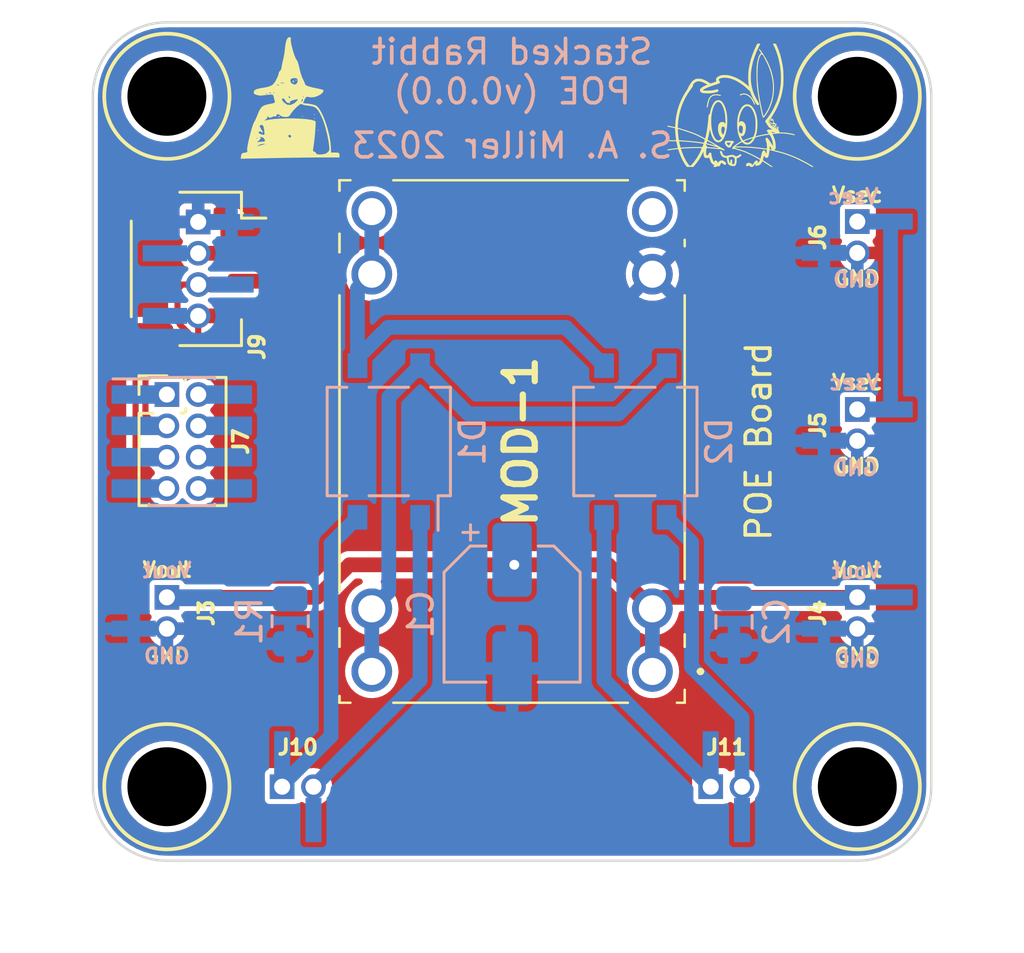
<source format=kicad_pcb>
(kicad_pcb (version 20211014) (generator pcbnew)
  (title_block (title "POE") (rev "0.0.0") (company "The Nerd Mage"))
  (layers (0 "F.Cu" signal) (31 "B.Cu" signal) (34 "B.Paste" user) (35 "F.Paste" user) (36 "B.SilkS" user "B.Silkscreen") (37 "F.SilkS" user "F.Silkscreen") (38 "B.Mask" user) (39 "F.Mask" user) (44 "Edge.Cuts" user))
  (net 0 "")
  (net 1 "Vsec")
  (net 2 "SDA")
  (net 3 "SCL")
  (net 4 "WIZ_RST")
  (net 6 "Vcc?")
  (net 7 "Vout")
  (net 8 "GND")
  (net 10 "VB2")
  (net 11 "VB1")
  (net 12 "Vin+")
  (net 13 "Vin-")
  (net 14 "VA2")
  (net 15 "VA1")
  (net 16 "~{SCS}")
  (net 17 "SCLK")
  (net 18 "MOSI")
  (net 19 "MISO")
  (footprint "Tinker:Mount" (layer "F.Cu") (at 114 114)
    (fp_text reference "REF**" hide)
    (fp_text value "Mount" hide)
    (pad "" np_thru_hole circle (at 0 0) (size 3.2 3.2) (drill 3.2) (layers *.Mask))
  )
  (footprint "Tinker:QWIIC_Stack_II" (layer "F.Cu") (at 87.27 93 -90)
    (fp_text reference "J9" (at 3.158643 -2.390416 90) (layer "F.SilkS") (effects (font (size 0.6 0.6))))
    (fp_text value "QWIIC_Stackable")
    (pad "1" smd rect (at -1.905 -1.35) (size 1.8 0.65) (layers "B.Cu" "B.Paste" "B.Mask") (net 8 "GND"))
    (pad "1" smd roundrect (at -1.5 -1.97 270) (size 0.6 1.55) (layers "F.Cu" "F.Paste" "F.Mask") (net 8 "GND"))
    (pad "1" thru_hole rect (at -1.905 0) (size 1 1) (drill 0.65) (layers *.Cu *.Mask) (net 8 "GND"))
    (pad "1" smd roundrect (at -1.905 -0.877656 270) (size 0.6 1.55) (layers "F.Cu" "F.Paste" "F.Mask") (net 8 "GND"))
    (pad "2" smd roundrect (at -0.5 -1.97 270) (size 0.6 1.55) (layers "F.Cu" "F.Paste" "F.Mask") (net 6 "Vcc?"))
    (pad "2" smd rect (at -0.635 1.35) (size 1.8 0.65) (layers "B.Cu" "B.Paste" "B.Mask") (net 6 "Vcc?"))
    (pad "2" thru_hole oval (at -0.635 0) (size 1 1) (drill 0.65) (layers *.Cu *.Mask) (net 6 "Vcc?"))
    (pad "2" smd roundrect (at -0.635 -0.877656 270) (size 0.6 1.55) (layers "F.Cu" "F.Paste" "F.Mask") (net 6 "Vcc?"))
    (pad "3" smd rect (at 0.635 -1.35) (size 1.8 0.65) (layers "B.Cu" "B.Paste" "B.Mask") (net 2 "SDA"))
    (pad "3" smd roundrect (at 0.5 -1.97 270) (size 0.6 1.55) (layers "F.Cu" "F.Paste" "F.Mask") (net 2 "SDA"))
    (pad "3" thru_hole oval (at 0.635 0) (size 1 1) (drill 0.65) (layers *.Cu *.Mask) (net 2 "SDA"))
    (pad "3" smd roundrect (at 0.635 -0.877656 270) (size 0.6 1.55) (layers "F.Cu" "F.Paste" "F.Mask") (net 2 "SDA"))
    (pad "4" smd rect (at 1.905 1.35) (size 1.8 0.65) (layers "B.Cu" "B.Paste" "B.Mask") (net 3 "SCL"))
    (pad "4" thru_hole oval (at 1.905 0) (size 1 1) (drill 0.65) (layers *.Cu *.Mask) (net 3 "SCL"))
    (pad "4" smd roundrect (at 1.5 -1.97 270) (size 0.6 1.55) (layers "F.Cu" "F.Paste" "F.Mask") (net 3 "SCL"))
    (pad "4" smd roundrect (at 1.905 -0.877656 270) (size 0.6 1.55) (layers "F.Cu" "F.Paste" "F.Mask") (net 3 "SCL"))
    (pad "MP" smd roundrect (at -2.8 1.905 270) (size 1.2 1.8) (layers "F.Cu" "F.Paste" "F.Mask") (roundrect_rratio 0.208333) (net 8 "GND"))
    (pad "MP" smd roundrect (at 2.8 1.905 270) (size 1.2 1.8) (layers "F.Cu" "F.Paste" "F.Mask") (roundrect_rratio 0.208333) (net 8 "GND"))
  )
  (footprint "Tinker:Board_Stacker_2" (layer "F.Cu") (at 108.055 114 90)
    (fp_text reference "J11" (at 1.6 0.635) (layer "F.SilkS") (effects (font (size 0.6 0.6))))
    (fp_text value "Conn_01x02_Male")
    (pad "1" thru_hole rect (at 0 0 90) (size 1 1) (drill 0.65) (layers *.Cu *.Mask) (net 15 "VA1"))
    (pad "1" smd rect (at 1.35 0 90) (size 1.8 0.65) (layers "B.Cu" "B.Paste" "B.Mask") (net 15 "VA1"))
    (pad "2" thru_hole oval (at 0 1.27 90) (size 1 1) (drill 0.65) (layers *.Cu *.Mask) (net 14 "VA2"))
    (pad "2" smd rect (at -1.35 1.27 90) (size 1.8 0.65) (layers "B.Cu" "B.Paste" "B.Mask") (net 14 "VA2"))
  )
  (footprint "Tinker:PinHeader_2x04_P1.27mm_Vertical" (layer "F.Cu") (at 86 98.095)
    (fp_text reference "J7" (at 3 1.905 90) (layer "F.SilkS") (effects (font (size 0.6 0.6))))
    (fp_text value "Conn_01x08_Male" hide)
    (pad "1" smd rect (at -1.195 0) (size 2.1 0.75) (layers "B.Cu" "B.Paste" "B.Mask") (net 4 "WIZ_RST"))
    (pad "1" thru_hole rect (at 0 0) (size 1 1) (drill 0.65) (layers *.Cu *.Mask) (net 4 "WIZ_RST"))
    (pad "2" smd rect (at 2.405 0) (size 2.1 0.75) (layers "B.Cu" "B.Paste" "B.Mask") (net 17 "SCLK"))
    (pad "2" thru_hole oval (at 1.27 0) (size 1 1) (drill 0.65) (layers *.Cu *.Mask) (net 17 "SCLK"))
    (pad "3" smd rect (at -1.195 1.27) (size 2.1 0.75) (layers "B.Cu" "B.Paste" "B.Mask") (net 3 "SCL"))
    (pad "3" thru_hole oval (at 0 1.27) (size 1 1) (drill 0.65) (layers *.Cu *.Mask) (net 3 "SCL"))
    (pad "4" thru_hole oval (at 1.27 1.27) (size 1 1) (drill 0.65) (layers *.Cu *.Mask) (net 19 "MISO"))
    (pad "4" smd rect (at 2.405 1.27) (size 2.1 0.75) (layers "B.Cu" "B.Paste" "B.Mask") (net 19 "MISO"))
    (pad "5" thru_hole oval (at 0 2.54) (size 1 1) (drill 0.65) (layers *.Cu *.Mask) (net 2 "SDA"))
    (pad "5" smd rect (at -1.195 2.54) (size 2.1 0.75) (layers "B.Cu" "B.Paste" "B.Mask") (net 2 "SDA"))
    (pad "6" smd rect (at 2.405 2.54) (size 2.1 0.75) (layers "B.Cu" "B.Paste" "B.Mask") (net 18 "MOSI"))
    (pad "6" thru_hole oval (at 1.27 2.54) (size 1 1) (drill 0.65) (layers *.Cu *.Mask) (net 18 "MOSI"))
    (pad "7" smd rect (at -1.195 3.81) (size 2.1 0.75) (layers "B.Cu" "B.Paste" "B.Mask"))
    (pad "7" thru_hole oval (at 0 3.81) (size 1 1) (drill 0.65) (layers *.Cu *.Mask))
    (pad "8" thru_hole oval (at 1.27 3.81) (size 1 1) (drill 0.65) (layers *.Cu *.Mask) (net 16 "~{SCS}"))
    (pad "8" smd rect (at 2.405 3.81) (size 2.1 0.75) (layers "B.Cu" "B.Paste" "B.Mask") (net 16 "~{SCS}"))
  )
  (footprint "Tinker:Mount" (layer "F.Cu") (at 86 114)
    (fp_text reference "REF**" hide)
    (fp_text value "Mount" hide)
    (pad "" np_thru_hole circle (at 0 0) (size 3.2 3.2) (drill 3.2) (layers *.Mask))
  )
  (footprint "Tinker:DagNabbit" (layer "F.Cu") (at 109 87)
    (fp_text reference "REF**" hide)
    (fp_text value "DagNabbit" hide)
  )
  (footprint "Tinker:Board_Stacker_2" (layer "F.Cu") (at 90.675 114 90)
    (fp_text reference "J10" (at 1.6 0.635) (layer "F.SilkS") (effects (font (size 0.6 0.6))))
    (fp_text value "Conn_01x02_Male")
    (pad "1" smd rect (at 1.35 0 90) (size 1.8 0.65) (layers "B.Cu" "B.Paste" "B.Mask") (net 11 "VB1"))
    (pad "1" thru_hole rect (at 0 0 90) (size 1 1) (drill 0.65) (layers *.Cu *.Mask) (net 11 "VB1"))
    (pad "2" thru_hole oval (at 0 1.27 90) (size 1 1) (drill 0.65) (layers *.Cu *.Mask) (net 10 "VB2"))
    (pad "2" smd rect (at -1.35 1.27 90) (size 1.8 0.65) (layers "B.Cu" "B.Paste" "B.Mask") (net 10 "VB2"))
  )
  (footprint "Tinker:Board_Stacker_2" (layer "F.Cu") (at 114 106.32)
    (fp_text reference "J4" (at -1.6 0.635 90) (layer "F.SilkS") (effects (font (size 0.6 0.6))))
    (fp_text value "Conn_01x02_Male")
    (pad "1" thru_hole rect (at 0 0) (size 1 1) (drill 0.65) (layers *.Cu *.Mask) (net 7 "Vout"))
    (pad "1" smd rect (at 1.35 0) (size 1.8 0.65) (layers "B.Cu" "B.Paste" "B.Mask") (net 7 "Vout"))
    (pad "2" thru_hole oval (at 0 1.27) (size 1 1) (drill 0.65) (layers *.Cu *.Mask) (net 8 "GND"))
    (pad "2" smd rect (at -1.35 1.27) (size 1.8 0.65) (layers "B.Cu" "B.Paste" "B.Mask") (net 8 "GND"))
  )
  (footprint "Tinker:Mount" (layer "F.Cu") (at 114 86)
    (fp_text reference "REF**" hide)
    (fp_text value "Mount" hide)
    (pad "" np_thru_hole circle (at 0 0) (size 3.2 3.2) (drill 3.2) (layers *.Mask))
  )
  (footprint "Tinker:Ag9912LP" (layer "F.Cu") (at 105.69 109.325 90)
    (fp_text reference "MOD-1" (at 9.325 -5.345 90) (layer "F.SilkS") (effects (font (size 1.27 1.27) (thickness 0.254))))
    (fp_text value "Ag9912LP" hide)
    (pad "1" thru_hole circle (at 0 0 90) (size 1.65 1.65) (drill 1.1) (layers *.Cu *.Mask) (net 7 "Vout"))
    (pad "2" thru_hole circle (at 2.54 0 90) (size 1.65 1.65) (drill 1.1) (layers *.Cu *.Mask) (net 7 "Vout"))
    (pad "3" thru_hole circle (at 16.11 0 90) (size 1.65 1.65) (drill 1.1) (layers *.Cu *.Mask) (net 8 "GND"))
    (pad "4" thru_hole circle (at 18.65 0 90) (size 1.65 1.65) (drill 1.1) (layers *.Cu *.Mask))
    (pad "5" thru_hole circle (at 18.65 -11.38 90) (size 1.65 1.65) (drill 1.1) (layers *.Cu *.Mask) (net 12 "Vin+"))
    (pad "6" thru_hole circle (at 16.11 -11.38 90) (size 1.65 1.65) (drill 1.1) (layers *.Cu *.Mask) (net 12 "Vin+"))
    (pad "7" thru_hole circle (at 2.54 -11.38 90) (size 1.65 1.65) (drill 1.1) (layers *.Cu *.Mask) (net 13 "Vin-"))
    (pad "8" thru_hole circle (at 0 -11.38 90) (size 1.65 1.65) (drill 1.1) (layers *.Cu *.Mask) (net 13 "Vin-"))
  )
  (footprint "Tinker:Board_Stacker_2" (layer "F.Cu") (at 86 106.32)
    (fp_text reference "J3" (at 1.6 0.635 90) (layer "F.SilkS") (effects (font (size 0.6 0.6))))
    (fp_text value "Conn_01x02_Male")
    (pad "1" smd rect (at 1.35 0) (size 1.8 0.65) (layers "B.Cu" "B.Paste" "B.Mask") (net 7 "Vout"))
    (pad "1" thru_hole rect (at 0 0) (size 1 1) (drill 0.65) (layers *.Cu *.Mask) (net 7 "Vout"))
    (pad "2" smd rect (at -1.35 1.27) (size 1.8 0.65) (layers "B.Cu" "B.Paste" "B.Mask") (net 8 "GND"))
    (pad "2" thru_hole oval (at 0 1.27) (size 1 1) (drill 0.65) (layers *.Cu *.Mask) (net 8 "GND"))
  )
  (footprint "Tinker:Board_Stacker_2" (layer "F.Cu") (at 114 91.08)
    (fp_text reference "J6" (at -1.6 0.635 90) (layer "F.SilkS") (effects (font (size 0.6 0.6))))
    (fp_text value "Conn_01x02_Male")
    (pad "1" thru_hole rect (at 0 0) (size 1 1) (drill 0.65) (layers *.Cu *.Mask) (net 1 "Vsec"))
    (pad "1" smd rect (at 1.35 0) (size 1.8 0.65) (layers "B.Cu" "B.Paste" "B.Mask") (net 1 "Vsec"))
    (pad "2" smd rect (at -1.35 1.27) (size 1.8 0.65) (layers "B.Cu" "B.Paste" "B.Mask") (net 8 "GND"))
    (pad "2" thru_hole oval (at 0 1.27) (size 1 1) (drill 0.65) (layers *.Cu *.Mask) (net 8 "GND"))
  )
  (footprint "Tinker:Board_Stacker_2" (layer "F.Cu") (at 114 98.7)
    (fp_text reference "J5" (at -1.6 0.635 90) (layer "F.SilkS") (effects (font (size 0.6 0.6))))
    (fp_text value "Conn_01x02_Male")
    (pad "1" smd rect (at 1.35 0) (size 1.8 0.65) (layers "B.Cu" "B.Paste" "B.Mask") (net 1 "Vsec"))
    (pad "1" thru_hole rect (at 0 0) (size 1 1) (drill 0.65) (layers *.Cu *.Mask) (net 1 "Vsec"))
    (pad "2" thru_hole oval (at 0 1.27) (size 1 1) (drill 0.65) (layers *.Cu *.Mask) (net 8 "GND"))
    (pad "2" smd rect (at -1.35 1.27) (size 1.8 0.65) (layers "B.Cu" "B.Paste" "B.Mask") (net 8 "GND"))
  )
  (footprint "Tinker:Mount" (layer "F.Cu") (at 86 86)
    (fp_text reference "REF**" hide)
    (fp_text value "Mount" hide)
    (pad "" np_thru_hole circle (at 0 0) (size 3.2 3.2) (drill 3.2) (layers *.Mask))
  )
  (footprint "Tinker:NerdMage" (layer "F.Cu") (at 91 86)
    (fp_text reference "G***" hide)
    (fp_text value "LOGO" hide)
  )
  (footprint "Capacitor_SMD:C_0805_2012Metric" (layer "B.Cu") (at 109 107.316633 -90)
    (fp_text reference "C2" (at 0 -1.73 90) (layer "B.SilkS") (effects (justify mirror)))
    (fp_text value "10uf")
    (pad "1" smd roundrect (at -0.95 0 270) (size 1 1.45) (layers "B.Cu" "B.Paste" "B.Mask") (net 7 "Vout"))
    (pad "2" smd roundrect (at 0.95 0 270) (size 1 1.45) (layers "B.Cu" "B.Paste" "B.Mask") (net 8 "GND"))
  )
  (footprint "Capacitor_SMD:CP_Elec_5x3" (layer "B.Cu") (at 100 107 -90)
    (fp_text reference "C1" (at 0 3.7 90) (layer "B.SilkS") (effects (justify mirror)))
    (fp_text value "100uf")
    (pad "1" smd roundrect (at -2.2 0 270) (size 3 1.6) (layers "B.Cu" "B.Paste" "B.Mask") (roundrect_rratio 0.15625) (net 7 "Vout"))
    (pad "2" smd roundrect (at 2.2 0 270) (size 3 1.6) (layers "B.Cu" "B.Paste" "B.Mask") (roundrect_rratio 0.15625) (net 8 "GND"))
  )
  (footprint "Package_TO_SOT_SMD:TO-269AA" (layer "B.Cu") (at 95 100 90)
    (fp_text reference "D1" (at 0 3.4 90) (layer "B.SilkS") (effects (justify mirror)))
    (fp_text value "MB4S")
    (pad "1" smd rect (at -3.075 1.27 90) (size 1 0.8) (layers "B.Cu" "B.Paste" "B.Mask") (net 10 "VB2"))
    (pad "2" smd rect (at -3.075 -1.27 90) (size 1 0.8) (layers "B.Cu" "B.Paste" "B.Mask") (net 11 "VB1"))
    (pad "3" smd rect (at 3.075 -1.27 90) (size 1 0.8) (layers "B.Cu" "B.Paste" "B.Mask") (net 12 "Vin+"))
    (pad "4" smd rect (at 3.075 1.27 90) (size 1 0.8) (layers "B.Cu" "B.Paste" "B.Mask") (net 13 "Vin-"))
  )
  (footprint "Resistor_SMD:R_0805_2012Metric" (layer "B.Cu") (at 91 107.291197 -90)
    (fp_text reference "R1" (at 0 1.65 90) (layer "B.SilkS") (effects (justify mirror)))
    (fp_text value "R")
    (pad "1" smd roundrect (at -0.9125 0 270) (size 1.025 1.4) (layers "B.Cu" "B.Paste" "B.Mask") (roundrect_rratio 0.243902) (net 7 "Vout"))
    (pad "2" smd roundrect (at 0.9125 0 270) (size 1.025 1.4) (layers "B.Cu" "B.Paste" "B.Mask") (roundrect_rratio 0.243902) (net 8 "GND"))
  )
  (footprint "Package_TO_SOT_SMD:TO-269AA" (layer "B.Cu") (at 105 100 90)
    (fp_text reference "D2" (at 0 3.4 90) (layer "B.SilkS") (effects (justify mirror)))
    (fp_text value "MB4S")
    (pad "1" smd rect (at -3.075 1.27 90) (size 1 0.8) (layers "B.Cu" "B.Paste" "B.Mask") (net 14 "VA2"))
    (pad "2" smd rect (at -3.075 -1.27 90) (size 1 0.8) (layers "B.Cu" "B.Paste" "B.Mask") (net 15 "VA1"))
    (pad "3" smd rect (at 3.075 -1.27 90) (size 1 0.8) (layers "B.Cu" "B.Paste" "B.Mask") (net 12 "Vin+"))
    (pad "4" smd rect (at 3.075 1.27 90) (size 1 0.8) (layers "B.Cu" "B.Paste" "B.Mask") (net 13 "Vin-"))
  )
  (gr_line (start 117 86) (end 117 114) (layer "Edge.Cuts") (width 0.1))
  (gr_arc (start 86 117) (mid 83.87868 116.12132) (end 83 114) (layer "Edge.Cuts") (width 0.1))
  (gr_arc (start 83 86) (mid 83.87868 83.87868) (end 86 83) (layer "Edge.Cuts") (width 0.1))
  (gr_line (start 86 83) (end 114 83) (layer "Edge.Cuts") (width 0.1))
  (gr_line (start 83 114) (end 83 86) (layer "Edge.Cuts") (width 0.1))
  (gr_arc (start 114 83) (mid 116.12132 83.87868) (end 117 86) (layer "Edge.Cuts") (width 0.1))
  (gr_line (start 86 117) (end 114 117) (layer "Edge.Cuts") (width 0.1))
  (gr_arc (start 117 114) (mid 116.12132 116.12132) (end 114 117) (layer "Edge.Cuts") (width 0.1))
  (gr_text "Stacked Rabbit\n${TITLE} (v${REVISION})" (at 100 85) (layer "B.SilkS") (effects (font (size 1 1)) (justify mirror)))
  (gr_text "GND" (at 113.911636 101.079492) (layer "B.SilkS") (effects (font (size 0.6 0.6) (thickness 0.125)) (justify mirror)))
  (gr_text "GND" (at 85.995908 108.702728) (layer "B.SilkS") (effects (font (size 0.6 0.6) (thickness 0.125)) (justify mirror)))
  (gr_text "Vout" (at 113.950572 105.258488) (layer "B.SilkS") (effects (font (size 0.6 0.6) (thickness 0.125)) (justify mirror)))
  (gr_text "GND" (at 113.946688 93.440074) (layer "B.SilkS") (effects (font (size 0.6 0.6) (thickness 0.125)) (justify mirror)))
  (gr_text "S. A. Miller 2023" (at 100 88) (layer "B.SilkS") (effects (font (size 1 1)) (justify mirror)))
  (gr_text "Vsec" (at 113.872799 97.603635) (layer "B.SilkS") (effects (font (size 0.6 0.6) (thickness 0.125)) (justify mirror)))
  (gr_text "Vsec" (at 113.830179 90.061308) (layer "B.SilkS") (effects (font (size 0.6 0.6) (thickness 0.125)) (justify mirror)))
  (gr_text "GND" (at 113.997176 108.84697) (layer "B.SilkS") (effects (font (size 0.6 0.6) (thickness 0.125)) (justify mirror)))
  (gr_text "Vout" (at 86.009393 105.223635) (layer "B.SilkS") (effects (font (size 0.6 0.6) (thickness 0.125)) (justify mirror)))
  (gr_text "Vout" (at 114 105.2) (layer "F.SilkS") (effects (font (size 0.6 0.6) (thickness 0.125))))
  (gr_text "GND" (at 114 93.4) (layer "F.SilkS") (effects (font (size 0.6 0.6) (thickness 0.125))))
  (gr_text "${TITLE} Board" (at 110 100 90) (layer "F.SilkS") (effects (font (size 1 1))))
  (gr_text "GND" (at 114 101) (layer "F.SilkS") (effects (font (size 0.6 0.6) (thickness 0.125))))
  (gr_text "GND" (at 114 108.7) (layer "F.SilkS") (effects (font (size 0.6 0.6) (thickness 0.125))))
  (gr_text "GND" (at 86 108.7) (layer "F.SilkS") (effects (font (size 0.6 0.6) (thickness 0.125))))
  (gr_text "Vsec" (at 114 97.6) (layer "F.SilkS") (effects (font (size 0.6 0.6) (thickness 0.125))))
  (gr_text "Vout" (at 86 105.2) (layer "F.SilkS") (effects (font (size 0.6 0.6) (thickness 0.125))))
  (gr_text "Vsec" (at 114 90) (layer "F.SilkS") (effects (font (size 0.6 0.6) (thickness 0.125))))
  (segment (start 114 91.08) (end 115.35 91.08) (width 0.6) (layer "B.Cu") (net 1))
  (segment (start 115.35 91.08) (end 115.35 98.7) (width 0.6) (layer "B.Cu") (net 1))
  (segment (start 86.54 95.271016) (end 86.54 95.232538) (width 0.25) (layer "F.Cu") (net 2))
  (segment (start 86.87 96.328789) (end 86.87 95.601016) (width 0.25) (layer "F.Cu") (net 2))
  (segment (start 86.430549 95.123087) (end 86.430549 93.828541) (width 0.25) (layer "F.Cu") (net 2))
  (segment (start 86.87 95.601016) (end 86.54 95.271016) (width 0.25) (layer "F.Cu") (net 2))
  (segment (start 85.107112 100.635) (end 84.731371 100.259259) (width 0.25) (layer "F.Cu") (net 2))
  (segment (start 86.473804 96.724985) (end 86.87 96.328789) (width 0.25) (layer "F.Cu") (net 2))
  (segment (start 85.276179 96.724985) (end 86.473804 96.724985) (width 0.25) (layer "F.Cu") (net 2))
  (segment (start 86.62409 93.635) (end 87.27 93.635) (width 0.25) (layer "F.Cu") (net 2))
  (segment (start 84.731371 100.259259) (end 84.731371 97.269793) (width 0.25) (layer "F.Cu") (net 2))
  (segment (start 86.430549 93.828541) (end 86.62409 93.635) (width 0.25) (layer "F.Cu") (net 2))
  (segment (start 86.03 100.635) (end 85.107112 100.635) (width 0.25) (layer "F.Cu") (net 2))
  (segment (start 84.731371 97.269793) (end 85.276179 96.724985) (width 0.25) (layer "F.Cu") (net 2))
  (segment (start 86.54 95.232538) (end 86.430549 95.123087) (width 0.25) (layer "F.Cu") (net 2))
  (segment (start 86.578692 97.199946) (end 85.373966 97.199946) (width 0.25) (layer "F.Cu") (net 3))
  (segment (start 85.131371 98.927045) (end 85.513661 99.309335) (width 0.25) (layer "F.Cu") (net 3))
  (segment (start 87.27 94.905) (end 87.27 96.508638) (width 0.25) (layer "F.Cu") (net 3))
  (segment (start 85.373966 97.199946) (end 85.131371 97.442541) (width 0.25) (layer "F.Cu") (net 3))
  (segment (start 85.131371 97.442541) (end 85.131371 98.927045) (width 0.25) (layer "F.Cu") (net 3))
  (segment (start 87.27 96.508638) (end 86.578692 97.199946) (width 0.25) (layer "F.Cu") (net 3))
  (segment (start 105.69 106.785) (end 103.905 105) (width 0.6) (layer "F.Cu") (net 7))
  (segment (start 100.088706 105) (end 93.403284 105) (width 0.6) (layer "F.Cu") (net 7))
  (segment (start 93.403284 105) (end 92.083284 106.32) (width 0.6) (layer "F.Cu") (net 7))
  (segment (start 105.69 106.785) (end 106.155 106.32) (width 0.6) (layer "F.Cu") (net 7))
  (segment (start 103.905 105) (end 100.088706 105) (width 0.6) (layer "F.Cu") (net 7))
  (segment (start 106.155 106.32) (end 114 106.32) (width 0.6) (layer "F.Cu") (net 7))
  (segment (start 92.083284 106.32) (end 86 106.32) (width 0.6) (layer "F.Cu") (net 7))
  (via (at 100.088706 105) (size 0.6) (drill 0.4) (layers "F.Cu" "B.Cu") (net 7))
  (segment (start 86.058697 106.378697) (end 86 106.32) (width 0.6) (layer "B.Cu") (net 7))
  (segment (start 109 106.366633) (end 113.953367 106.366633) (width 0.6) (layer "B.Cu") (net 7))
  (segment (start 91 106.378697) (end 86.058697 106.378697) (width 0.6) (layer "B.Cu") (net 7))
  (segment (start 113.953367 106.366633) (end 114 106.32) (width 0.6) (layer "B.Cu") (net 7))
  (segment (start 105.69 106.785) (end 105.69 109.325) (width 0.6) (layer "B.Cu") (net 7))
  (segment (start 96.27 109.675) (end 96.27 103.075) (width 0.6) (layer "B.Cu") (net 10))
  (segment (start 91.945 114) (end 96.27 109.675) (width 0.6) (layer "B.Cu") (net 10))
  (segment (start 90.675 113.926497) (end 92.658672 111.942825) (width 0.6) (layer "B.Cu") (net 11))
  (segment (start 92.658672 104.146328) (end 93.73 103.075) (width 0.6) (layer "B.Cu") (net 11))
  (segment (start 92.658672 111.942825) (end 92.658672 104.146328) (width 0.6) (layer "B.Cu") (net 11))
  (segment (start 90.675 114) (end 90.675 113.926497) (width 0.6) (layer "B.Cu") (net 11))
  (segment (start 94.31 93.215) (end 94.31 90.675) (width 0.6) (layer "B.Cu") (net 12))
  (segment (start 94.970757 95.37084) (end 93.73 96.611597) (width 0.6) (layer "B.Cu") (net 12))
  (segment (start 93.73 93.795) (end 94.31 93.215) (width 0.6) (layer "B.Cu") (net 12))
  (segment (start 102.185543 95.380543) (end 102.185543 95.37084) (width 0.6) (layer "B.Cu") (net 12))
  (segment (start 102.185543 95.37084) (end 94.970757 95.37084) (width 0.6) (layer "B.Cu") (net 12))
  (segment (start 103.73 96.925) (end 102.185543 95.380543) (width 0.6) (layer "B.Cu") (net 12))
  (segment (start 93.73 96.611597) (end 93.73 96.925) (width 0.6) (layer "B.Cu") (net 12))
  (segment (start 93.73 96.925) (end 93.73 93.795) (width 0.6) (layer "B.Cu") (net 12))
  (segment (start 95 98.195) (end 96.27 96.925) (width 0.6) (layer "B.Cu") (net 13))
  (segment (start 94.31 106.785) (end 94.31 109.325) (width 0.6) (layer "B.Cu") (net 13))
  (segment (start 95 106.095) (end 95 98.195) (width 0.6) (layer "B.Cu") (net 13))
  (segment (start 96.27 96.925) (end 98.22467 98.87967) (width 0.6) (layer "B.Cu") (net 13))
  (segment (start 98.22467 98.87967) (end 104.31533 98.87967) (width 0.6) (layer "B.Cu") (net 13))
  (segment (start 94.31 106.785) (end 95 106.095) (width 0.6) (layer "B.Cu") (net 13))
  (segment (start 104.31533 98.87967) (end 106.27 96.925) (width 0.6) (layer "B.Cu") (net 13))
  (segment (start 107.277119 104.082119) (end 107.277119 109.144237) (width 0.6) (layer "B.Cu") (net 14))
  (segment (start 109.325 111.192118) (end 109.325 114) (width 0.6) (layer "B.Cu") (net 14))
  (segment (start 106.27 103.075) (end 107.277119 104.082119) (width 0.6) (layer "B.Cu") (net 14))
  (segment (start 107.277119 109.144237) (end 109.325 111.192118) (width 0.6) (layer "B.Cu") (net 14))
  (segment (start 103.73 109.675) (end 103.73 103.075) (width 0.6) (layer "B.Cu") (net 15))
  (segment (start 108.055 114) (end 103.73 109.675) (width 0.6) (layer "B.Cu") (net 15))
  (zone (net 8) (net_name "GND") (layer "F.Cu") (connect_pads (clearance 0.254)) (min_thickness 0.254) (fill yes (thermal_gap 0.254) (thermal_bridge_width 0.508))
    (polygon (pts (xy 118.582229 117.809465) (xy 81.651499 117.809467) (xy 81.651498 82.584881) (xy 118.582228 82.584879)))
  )
  (zone (net 8) (net_name "GND") (layer "B.Cu") (connect_pads (clearance 0.2)) (min_thickness 0.2) (fill yes (thermal_gap 0.254) (thermal_bridge_width 0.508))
    (polygon (pts (xy 119.380001 118.507005) (xy 80.682697 118.507005) (xy 80.682697 82.09421) (xy 119.380001 82.09421)))
  )
)
</source>
